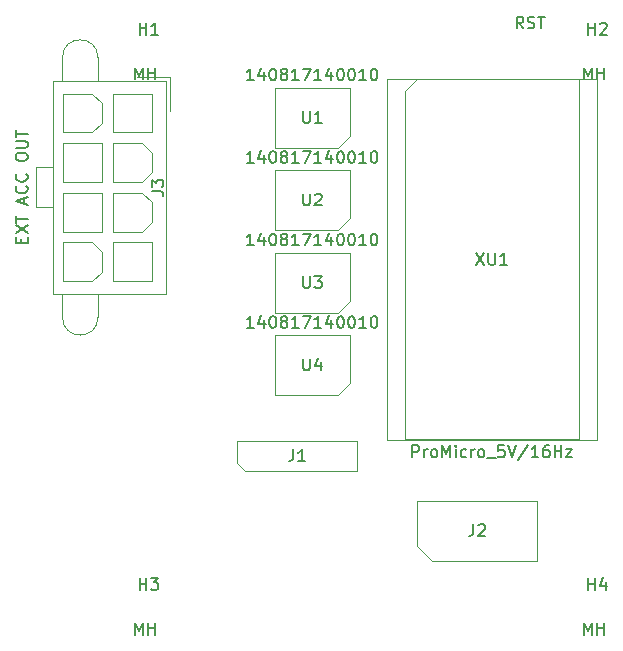
<source format=gbr>
G04 #@! TF.GenerationSoftware,KiCad,Pcbnew,(5.1.9)-1*
G04 #@! TF.CreationDate,2022-08-19T09:55:29-06:00*
G04 #@! TF.ProjectId,ABSIS_PMS,41425349-535f-4504-9d53-2e6b69636164,1*
G04 #@! TF.SameCoordinates,Original*
G04 #@! TF.FileFunction,Other,Fab,Top*
%FSLAX46Y46*%
G04 Gerber Fmt 4.6, Leading zero omitted, Abs format (unit mm)*
G04 Created by KiCad (PCBNEW (5.1.9)-1) date 2022-08-19 09:55:29*
%MOMM*%
%LPD*%
G01*
G04 APERTURE LIST*
%ADD10C,0.100000*%
%ADD11C,0.150000*%
G04 APERTURE END LIST*
D10*
X119965000Y-69850000D02*
X117115000Y-69850000D01*
X119965000Y-72700000D02*
X119965000Y-69850000D01*
X110865000Y-87150000D02*
X110865000Y-83850000D01*
X113340000Y-87150000D02*
X110865000Y-87150000D01*
X114165000Y-86325000D02*
X113340000Y-87150000D01*
X114165000Y-84675000D02*
X114165000Y-86325000D01*
X113340000Y-83850000D02*
X114165000Y-84675000D01*
X110865000Y-83850000D02*
X113340000Y-83850000D01*
X118365000Y-87150000D02*
X118365000Y-83850000D01*
X115065000Y-87150000D02*
X118365000Y-87150000D01*
X115065000Y-83850000D02*
X115065000Y-87150000D01*
X118365000Y-83850000D02*
X115065000Y-83850000D01*
X115065000Y-82950000D02*
X115065000Y-79650000D01*
X117540000Y-82950000D02*
X115065000Y-82950000D01*
X118365000Y-82125000D02*
X117540000Y-82950000D01*
X118365000Y-80475000D02*
X118365000Y-82125000D01*
X117540000Y-79650000D02*
X118365000Y-80475000D01*
X115065000Y-79650000D02*
X117540000Y-79650000D01*
X114165000Y-82950000D02*
X114165000Y-79650000D01*
X110865000Y-82950000D02*
X114165000Y-82950000D01*
X110865000Y-79650000D02*
X110865000Y-82950000D01*
X114165000Y-79650000D02*
X110865000Y-79650000D01*
X115065000Y-78750000D02*
X115065000Y-75450000D01*
X117540000Y-78750000D02*
X115065000Y-78750000D01*
X118365000Y-77925000D02*
X117540000Y-78750000D01*
X118365000Y-76275000D02*
X118365000Y-77925000D01*
X117540000Y-75450000D02*
X118365000Y-76275000D01*
X115065000Y-75450000D02*
X117540000Y-75450000D01*
X114165000Y-78750000D02*
X114165000Y-75450000D01*
X110865000Y-78750000D02*
X114165000Y-78750000D01*
X110865000Y-75450000D02*
X110865000Y-78750000D01*
X114165000Y-75450000D02*
X110865000Y-75450000D01*
X110865000Y-74550000D02*
X110865000Y-71250000D01*
X113340000Y-74550000D02*
X110865000Y-74550000D01*
X114165000Y-73725000D02*
X113340000Y-74550000D01*
X114165000Y-72075000D02*
X114165000Y-73725000D01*
X113340000Y-71250000D02*
X114165000Y-72075000D01*
X110865000Y-71250000D02*
X113340000Y-71250000D01*
X118365000Y-74550000D02*
X118365000Y-71250000D01*
X115065000Y-74550000D02*
X118365000Y-74550000D01*
X115065000Y-71250000D02*
X115065000Y-74550000D01*
X118365000Y-71250000D02*
X115065000Y-71250000D01*
X108615000Y-80900000D02*
X110015000Y-80900000D01*
X108615000Y-77500000D02*
X108615000Y-80900000D01*
X110015000Y-77500000D02*
X108615000Y-77500000D01*
X119615000Y-88200000D02*
X119615000Y-70200000D01*
X110015000Y-88200000D02*
X119615000Y-88200000D01*
X110015000Y-70200000D02*
X110015000Y-88200000D01*
X119615000Y-70200000D02*
X110015000Y-70200000D01*
X110825000Y-90200000D02*
X110825000Y-88200000D01*
X113825000Y-90200000D02*
X113825000Y-88200000D01*
X110825000Y-68200000D02*
X110825000Y-70200000D01*
X113825000Y-68200000D02*
X113825000Y-70200000D01*
X110825000Y-90200000D02*
G75*
G03*
X113825000Y-90200000I1500000J0D01*
G01*
X113825000Y-68200000D02*
G75*
G03*
X110825000Y-68200000I-1500000J0D01*
G01*
X134145000Y-89791000D02*
X128795000Y-89791000D01*
X128795000Y-89791000D02*
X128795000Y-84711000D01*
X128795000Y-84711000D02*
X135145000Y-84711000D01*
X135145000Y-84711000D02*
X135145000Y-88791000D01*
X135145000Y-88791000D02*
X134145000Y-89791000D01*
X140860000Y-109530000D02*
X140860000Y-105720000D01*
X140860000Y-105720000D02*
X151020000Y-105720000D01*
X151020000Y-105720000D02*
X151020000Y-110800000D01*
X151020000Y-110800000D02*
X142130000Y-110800000D01*
X142130000Y-110800000D02*
X140860000Y-109530000D01*
X134145000Y-96776000D02*
X128795000Y-96776000D01*
X128795000Y-96776000D02*
X128795000Y-91696000D01*
X128795000Y-91696000D02*
X135145000Y-91696000D01*
X135145000Y-91696000D02*
X135145000Y-95776000D01*
X135145000Y-95776000D02*
X134145000Y-96776000D01*
X134145000Y-82806000D02*
X128795000Y-82806000D01*
X128795000Y-82806000D02*
X128795000Y-77726000D01*
X128795000Y-77726000D02*
X135145000Y-77726000D01*
X135145000Y-77726000D02*
X135145000Y-81806000D01*
X135145000Y-81806000D02*
X134145000Y-82806000D01*
X134145000Y-75821000D02*
X128795000Y-75821000D01*
X128795000Y-75821000D02*
X128795000Y-70741000D01*
X128795000Y-70741000D02*
X135145000Y-70741000D01*
X135145000Y-70741000D02*
X135145000Y-74821000D01*
X135145000Y-74821000D02*
X134145000Y-75821000D01*
X125620000Y-102545000D02*
X125620000Y-100640000D01*
X125620000Y-100640000D02*
X135780000Y-100640000D01*
X135780000Y-100640000D02*
X135780000Y-103180000D01*
X135780000Y-103180000D02*
X126255000Y-103180000D01*
X126255000Y-103180000D02*
X125620000Y-102545000D01*
X156057600Y-69993200D02*
X138277600Y-69993200D01*
X156057600Y-100593200D02*
X156057600Y-69993200D01*
X138277600Y-100593200D02*
X156057600Y-100593200D01*
X138277600Y-69993200D02*
X138277600Y-100593200D01*
X139802600Y-71053200D02*
X140802600Y-70053200D01*
X139802600Y-100533200D02*
X139802600Y-71053200D01*
X154532600Y-100533200D02*
X139802600Y-100533200D01*
X154532600Y-70053200D02*
X154532600Y-100533200D01*
X140802600Y-70053200D02*
X154532600Y-70053200D01*
D11*
X107343571Y-83890476D02*
X107343571Y-83557142D01*
X107867380Y-83414285D02*
X107867380Y-83890476D01*
X106867380Y-83890476D01*
X106867380Y-83414285D01*
X106867380Y-83080952D02*
X107867380Y-82414285D01*
X106867380Y-82414285D02*
X107867380Y-83080952D01*
X106867380Y-82176190D02*
X106867380Y-81604761D01*
X107867380Y-81890476D02*
X106867380Y-81890476D01*
X107581666Y-80557142D02*
X107581666Y-80080952D01*
X107867380Y-80652380D02*
X106867380Y-80319047D01*
X107867380Y-79985714D01*
X107772142Y-79080952D02*
X107819761Y-79128571D01*
X107867380Y-79271428D01*
X107867380Y-79366666D01*
X107819761Y-79509523D01*
X107724523Y-79604761D01*
X107629285Y-79652380D01*
X107438809Y-79700000D01*
X107295952Y-79700000D01*
X107105476Y-79652380D01*
X107010238Y-79604761D01*
X106915000Y-79509523D01*
X106867380Y-79366666D01*
X106867380Y-79271428D01*
X106915000Y-79128571D01*
X106962619Y-79080952D01*
X107772142Y-78080952D02*
X107819761Y-78128571D01*
X107867380Y-78271428D01*
X107867380Y-78366666D01*
X107819761Y-78509523D01*
X107724523Y-78604761D01*
X107629285Y-78652380D01*
X107438809Y-78700000D01*
X107295952Y-78700000D01*
X107105476Y-78652380D01*
X107010238Y-78604761D01*
X106915000Y-78509523D01*
X106867380Y-78366666D01*
X106867380Y-78271428D01*
X106915000Y-78128571D01*
X106962619Y-78080952D01*
X106867380Y-76700000D02*
X106867380Y-76509523D01*
X106915000Y-76414285D01*
X107010238Y-76319047D01*
X107200714Y-76271428D01*
X107534047Y-76271428D01*
X107724523Y-76319047D01*
X107819761Y-76414285D01*
X107867380Y-76509523D01*
X107867380Y-76700000D01*
X107819761Y-76795238D01*
X107724523Y-76890476D01*
X107534047Y-76938095D01*
X107200714Y-76938095D01*
X107010238Y-76890476D01*
X106915000Y-76795238D01*
X106867380Y-76700000D01*
X106867380Y-75842857D02*
X107676904Y-75842857D01*
X107772142Y-75795238D01*
X107819761Y-75747619D01*
X107867380Y-75652380D01*
X107867380Y-75461904D01*
X107819761Y-75366666D01*
X107772142Y-75319047D01*
X107676904Y-75271428D01*
X106867380Y-75271428D01*
X106867380Y-74938095D02*
X106867380Y-74366666D01*
X107867380Y-74652380D02*
X106867380Y-74652380D01*
X118367380Y-79533333D02*
X119081666Y-79533333D01*
X119224523Y-79580952D01*
X119319761Y-79676190D01*
X119367380Y-79819047D01*
X119367380Y-79914285D01*
X118367380Y-79152380D02*
X118367380Y-78533333D01*
X118748333Y-78866666D01*
X118748333Y-78723809D01*
X118795952Y-78628571D01*
X118843571Y-78580952D01*
X118938809Y-78533333D01*
X119176904Y-78533333D01*
X119272142Y-78580952D01*
X119319761Y-78628571D01*
X119367380Y-78723809D01*
X119367380Y-79009523D01*
X119319761Y-79104761D01*
X119272142Y-79152380D01*
X127017619Y-84103380D02*
X126446190Y-84103380D01*
X126731904Y-84103380D02*
X126731904Y-83103380D01*
X126636666Y-83246238D01*
X126541428Y-83341476D01*
X126446190Y-83389095D01*
X127874761Y-83436714D02*
X127874761Y-84103380D01*
X127636666Y-83055761D02*
X127398571Y-83770047D01*
X128017619Y-83770047D01*
X128589047Y-83103380D02*
X128684285Y-83103380D01*
X128779523Y-83151000D01*
X128827142Y-83198619D01*
X128874761Y-83293857D01*
X128922380Y-83484333D01*
X128922380Y-83722428D01*
X128874761Y-83912904D01*
X128827142Y-84008142D01*
X128779523Y-84055761D01*
X128684285Y-84103380D01*
X128589047Y-84103380D01*
X128493809Y-84055761D01*
X128446190Y-84008142D01*
X128398571Y-83912904D01*
X128350952Y-83722428D01*
X128350952Y-83484333D01*
X128398571Y-83293857D01*
X128446190Y-83198619D01*
X128493809Y-83151000D01*
X128589047Y-83103380D01*
X129493809Y-83531952D02*
X129398571Y-83484333D01*
X129350952Y-83436714D01*
X129303333Y-83341476D01*
X129303333Y-83293857D01*
X129350952Y-83198619D01*
X129398571Y-83151000D01*
X129493809Y-83103380D01*
X129684285Y-83103380D01*
X129779523Y-83151000D01*
X129827142Y-83198619D01*
X129874761Y-83293857D01*
X129874761Y-83341476D01*
X129827142Y-83436714D01*
X129779523Y-83484333D01*
X129684285Y-83531952D01*
X129493809Y-83531952D01*
X129398571Y-83579571D01*
X129350952Y-83627190D01*
X129303333Y-83722428D01*
X129303333Y-83912904D01*
X129350952Y-84008142D01*
X129398571Y-84055761D01*
X129493809Y-84103380D01*
X129684285Y-84103380D01*
X129779523Y-84055761D01*
X129827142Y-84008142D01*
X129874761Y-83912904D01*
X129874761Y-83722428D01*
X129827142Y-83627190D01*
X129779523Y-83579571D01*
X129684285Y-83531952D01*
X130827142Y-84103380D02*
X130255714Y-84103380D01*
X130541428Y-84103380D02*
X130541428Y-83103380D01*
X130446190Y-83246238D01*
X130350952Y-83341476D01*
X130255714Y-83389095D01*
X131160476Y-83103380D02*
X131827142Y-83103380D01*
X131398571Y-84103380D01*
X132731904Y-84103380D02*
X132160476Y-84103380D01*
X132446190Y-84103380D02*
X132446190Y-83103380D01*
X132350952Y-83246238D01*
X132255714Y-83341476D01*
X132160476Y-83389095D01*
X133589047Y-83436714D02*
X133589047Y-84103380D01*
X133350952Y-83055761D02*
X133112857Y-83770047D01*
X133731904Y-83770047D01*
X134303333Y-83103380D02*
X134398571Y-83103380D01*
X134493809Y-83151000D01*
X134541428Y-83198619D01*
X134589047Y-83293857D01*
X134636666Y-83484333D01*
X134636666Y-83722428D01*
X134589047Y-83912904D01*
X134541428Y-84008142D01*
X134493809Y-84055761D01*
X134398571Y-84103380D01*
X134303333Y-84103380D01*
X134208095Y-84055761D01*
X134160476Y-84008142D01*
X134112857Y-83912904D01*
X134065238Y-83722428D01*
X134065238Y-83484333D01*
X134112857Y-83293857D01*
X134160476Y-83198619D01*
X134208095Y-83151000D01*
X134303333Y-83103380D01*
X135255714Y-83103380D02*
X135350952Y-83103380D01*
X135446190Y-83151000D01*
X135493809Y-83198619D01*
X135541428Y-83293857D01*
X135589047Y-83484333D01*
X135589047Y-83722428D01*
X135541428Y-83912904D01*
X135493809Y-84008142D01*
X135446190Y-84055761D01*
X135350952Y-84103380D01*
X135255714Y-84103380D01*
X135160476Y-84055761D01*
X135112857Y-84008142D01*
X135065238Y-83912904D01*
X135017619Y-83722428D01*
X135017619Y-83484333D01*
X135065238Y-83293857D01*
X135112857Y-83198619D01*
X135160476Y-83151000D01*
X135255714Y-83103380D01*
X136541428Y-84103380D02*
X135970000Y-84103380D01*
X136255714Y-84103380D02*
X136255714Y-83103380D01*
X136160476Y-83246238D01*
X136065238Y-83341476D01*
X135970000Y-83389095D01*
X137160476Y-83103380D02*
X137255714Y-83103380D01*
X137350952Y-83151000D01*
X137398571Y-83198619D01*
X137446190Y-83293857D01*
X137493809Y-83484333D01*
X137493809Y-83722428D01*
X137446190Y-83912904D01*
X137398571Y-84008142D01*
X137350952Y-84055761D01*
X137255714Y-84103380D01*
X137160476Y-84103380D01*
X137065238Y-84055761D01*
X137017619Y-84008142D01*
X136970000Y-83912904D01*
X136922380Y-83722428D01*
X136922380Y-83484333D01*
X136970000Y-83293857D01*
X137017619Y-83198619D01*
X137065238Y-83151000D01*
X137160476Y-83103380D01*
X131208095Y-86703380D02*
X131208095Y-87512904D01*
X131255714Y-87608142D01*
X131303333Y-87655761D01*
X131398571Y-87703380D01*
X131589047Y-87703380D01*
X131684285Y-87655761D01*
X131731904Y-87608142D01*
X131779523Y-87512904D01*
X131779523Y-86703380D01*
X132160476Y-86703380D02*
X132779523Y-86703380D01*
X132446190Y-87084333D01*
X132589047Y-87084333D01*
X132684285Y-87131952D01*
X132731904Y-87179571D01*
X132779523Y-87274809D01*
X132779523Y-87512904D01*
X132731904Y-87608142D01*
X132684285Y-87655761D01*
X132589047Y-87703380D01*
X132303333Y-87703380D01*
X132208095Y-87655761D01*
X132160476Y-87608142D01*
X145606666Y-107712380D02*
X145606666Y-108426666D01*
X145559047Y-108569523D01*
X145463809Y-108664761D01*
X145320952Y-108712380D01*
X145225714Y-108712380D01*
X146035238Y-107807619D02*
X146082857Y-107760000D01*
X146178095Y-107712380D01*
X146416190Y-107712380D01*
X146511428Y-107760000D01*
X146559047Y-107807619D01*
X146606666Y-107902857D01*
X146606666Y-107998095D01*
X146559047Y-108140952D01*
X145987619Y-108712380D01*
X146606666Y-108712380D01*
X127017619Y-91088380D02*
X126446190Y-91088380D01*
X126731904Y-91088380D02*
X126731904Y-90088380D01*
X126636666Y-90231238D01*
X126541428Y-90326476D01*
X126446190Y-90374095D01*
X127874761Y-90421714D02*
X127874761Y-91088380D01*
X127636666Y-90040761D02*
X127398571Y-90755047D01*
X128017619Y-90755047D01*
X128589047Y-90088380D02*
X128684285Y-90088380D01*
X128779523Y-90136000D01*
X128827142Y-90183619D01*
X128874761Y-90278857D01*
X128922380Y-90469333D01*
X128922380Y-90707428D01*
X128874761Y-90897904D01*
X128827142Y-90993142D01*
X128779523Y-91040761D01*
X128684285Y-91088380D01*
X128589047Y-91088380D01*
X128493809Y-91040761D01*
X128446190Y-90993142D01*
X128398571Y-90897904D01*
X128350952Y-90707428D01*
X128350952Y-90469333D01*
X128398571Y-90278857D01*
X128446190Y-90183619D01*
X128493809Y-90136000D01*
X128589047Y-90088380D01*
X129493809Y-90516952D02*
X129398571Y-90469333D01*
X129350952Y-90421714D01*
X129303333Y-90326476D01*
X129303333Y-90278857D01*
X129350952Y-90183619D01*
X129398571Y-90136000D01*
X129493809Y-90088380D01*
X129684285Y-90088380D01*
X129779523Y-90136000D01*
X129827142Y-90183619D01*
X129874761Y-90278857D01*
X129874761Y-90326476D01*
X129827142Y-90421714D01*
X129779523Y-90469333D01*
X129684285Y-90516952D01*
X129493809Y-90516952D01*
X129398571Y-90564571D01*
X129350952Y-90612190D01*
X129303333Y-90707428D01*
X129303333Y-90897904D01*
X129350952Y-90993142D01*
X129398571Y-91040761D01*
X129493809Y-91088380D01*
X129684285Y-91088380D01*
X129779523Y-91040761D01*
X129827142Y-90993142D01*
X129874761Y-90897904D01*
X129874761Y-90707428D01*
X129827142Y-90612190D01*
X129779523Y-90564571D01*
X129684285Y-90516952D01*
X130827142Y-91088380D02*
X130255714Y-91088380D01*
X130541428Y-91088380D02*
X130541428Y-90088380D01*
X130446190Y-90231238D01*
X130350952Y-90326476D01*
X130255714Y-90374095D01*
X131160476Y-90088380D02*
X131827142Y-90088380D01*
X131398571Y-91088380D01*
X132731904Y-91088380D02*
X132160476Y-91088380D01*
X132446190Y-91088380D02*
X132446190Y-90088380D01*
X132350952Y-90231238D01*
X132255714Y-90326476D01*
X132160476Y-90374095D01*
X133589047Y-90421714D02*
X133589047Y-91088380D01*
X133350952Y-90040761D02*
X133112857Y-90755047D01*
X133731904Y-90755047D01*
X134303333Y-90088380D02*
X134398571Y-90088380D01*
X134493809Y-90136000D01*
X134541428Y-90183619D01*
X134589047Y-90278857D01*
X134636666Y-90469333D01*
X134636666Y-90707428D01*
X134589047Y-90897904D01*
X134541428Y-90993142D01*
X134493809Y-91040761D01*
X134398571Y-91088380D01*
X134303333Y-91088380D01*
X134208095Y-91040761D01*
X134160476Y-90993142D01*
X134112857Y-90897904D01*
X134065238Y-90707428D01*
X134065238Y-90469333D01*
X134112857Y-90278857D01*
X134160476Y-90183619D01*
X134208095Y-90136000D01*
X134303333Y-90088380D01*
X135255714Y-90088380D02*
X135350952Y-90088380D01*
X135446190Y-90136000D01*
X135493809Y-90183619D01*
X135541428Y-90278857D01*
X135589047Y-90469333D01*
X135589047Y-90707428D01*
X135541428Y-90897904D01*
X135493809Y-90993142D01*
X135446190Y-91040761D01*
X135350952Y-91088380D01*
X135255714Y-91088380D01*
X135160476Y-91040761D01*
X135112857Y-90993142D01*
X135065238Y-90897904D01*
X135017619Y-90707428D01*
X135017619Y-90469333D01*
X135065238Y-90278857D01*
X135112857Y-90183619D01*
X135160476Y-90136000D01*
X135255714Y-90088380D01*
X136541428Y-91088380D02*
X135970000Y-91088380D01*
X136255714Y-91088380D02*
X136255714Y-90088380D01*
X136160476Y-90231238D01*
X136065238Y-90326476D01*
X135970000Y-90374095D01*
X137160476Y-90088380D02*
X137255714Y-90088380D01*
X137350952Y-90136000D01*
X137398571Y-90183619D01*
X137446190Y-90278857D01*
X137493809Y-90469333D01*
X137493809Y-90707428D01*
X137446190Y-90897904D01*
X137398571Y-90993142D01*
X137350952Y-91040761D01*
X137255714Y-91088380D01*
X137160476Y-91088380D01*
X137065238Y-91040761D01*
X137017619Y-90993142D01*
X136970000Y-90897904D01*
X136922380Y-90707428D01*
X136922380Y-90469333D01*
X136970000Y-90278857D01*
X137017619Y-90183619D01*
X137065238Y-90136000D01*
X137160476Y-90088380D01*
X131208095Y-93688380D02*
X131208095Y-94497904D01*
X131255714Y-94593142D01*
X131303333Y-94640761D01*
X131398571Y-94688380D01*
X131589047Y-94688380D01*
X131684285Y-94640761D01*
X131731904Y-94593142D01*
X131779523Y-94497904D01*
X131779523Y-93688380D01*
X132684285Y-94021714D02*
X132684285Y-94688380D01*
X132446190Y-93640761D02*
X132208095Y-94355047D01*
X132827142Y-94355047D01*
X127017619Y-77118380D02*
X126446190Y-77118380D01*
X126731904Y-77118380D02*
X126731904Y-76118380D01*
X126636666Y-76261238D01*
X126541428Y-76356476D01*
X126446190Y-76404095D01*
X127874761Y-76451714D02*
X127874761Y-77118380D01*
X127636666Y-76070761D02*
X127398571Y-76785047D01*
X128017619Y-76785047D01*
X128589047Y-76118380D02*
X128684285Y-76118380D01*
X128779523Y-76166000D01*
X128827142Y-76213619D01*
X128874761Y-76308857D01*
X128922380Y-76499333D01*
X128922380Y-76737428D01*
X128874761Y-76927904D01*
X128827142Y-77023142D01*
X128779523Y-77070761D01*
X128684285Y-77118380D01*
X128589047Y-77118380D01*
X128493809Y-77070761D01*
X128446190Y-77023142D01*
X128398571Y-76927904D01*
X128350952Y-76737428D01*
X128350952Y-76499333D01*
X128398571Y-76308857D01*
X128446190Y-76213619D01*
X128493809Y-76166000D01*
X128589047Y-76118380D01*
X129493809Y-76546952D02*
X129398571Y-76499333D01*
X129350952Y-76451714D01*
X129303333Y-76356476D01*
X129303333Y-76308857D01*
X129350952Y-76213619D01*
X129398571Y-76166000D01*
X129493809Y-76118380D01*
X129684285Y-76118380D01*
X129779523Y-76166000D01*
X129827142Y-76213619D01*
X129874761Y-76308857D01*
X129874761Y-76356476D01*
X129827142Y-76451714D01*
X129779523Y-76499333D01*
X129684285Y-76546952D01*
X129493809Y-76546952D01*
X129398571Y-76594571D01*
X129350952Y-76642190D01*
X129303333Y-76737428D01*
X129303333Y-76927904D01*
X129350952Y-77023142D01*
X129398571Y-77070761D01*
X129493809Y-77118380D01*
X129684285Y-77118380D01*
X129779523Y-77070761D01*
X129827142Y-77023142D01*
X129874761Y-76927904D01*
X129874761Y-76737428D01*
X129827142Y-76642190D01*
X129779523Y-76594571D01*
X129684285Y-76546952D01*
X130827142Y-77118380D02*
X130255714Y-77118380D01*
X130541428Y-77118380D02*
X130541428Y-76118380D01*
X130446190Y-76261238D01*
X130350952Y-76356476D01*
X130255714Y-76404095D01*
X131160476Y-76118380D02*
X131827142Y-76118380D01*
X131398571Y-77118380D01*
X132731904Y-77118380D02*
X132160476Y-77118380D01*
X132446190Y-77118380D02*
X132446190Y-76118380D01*
X132350952Y-76261238D01*
X132255714Y-76356476D01*
X132160476Y-76404095D01*
X133589047Y-76451714D02*
X133589047Y-77118380D01*
X133350952Y-76070761D02*
X133112857Y-76785047D01*
X133731904Y-76785047D01*
X134303333Y-76118380D02*
X134398571Y-76118380D01*
X134493809Y-76166000D01*
X134541428Y-76213619D01*
X134589047Y-76308857D01*
X134636666Y-76499333D01*
X134636666Y-76737428D01*
X134589047Y-76927904D01*
X134541428Y-77023142D01*
X134493809Y-77070761D01*
X134398571Y-77118380D01*
X134303333Y-77118380D01*
X134208095Y-77070761D01*
X134160476Y-77023142D01*
X134112857Y-76927904D01*
X134065238Y-76737428D01*
X134065238Y-76499333D01*
X134112857Y-76308857D01*
X134160476Y-76213619D01*
X134208095Y-76166000D01*
X134303333Y-76118380D01*
X135255714Y-76118380D02*
X135350952Y-76118380D01*
X135446190Y-76166000D01*
X135493809Y-76213619D01*
X135541428Y-76308857D01*
X135589047Y-76499333D01*
X135589047Y-76737428D01*
X135541428Y-76927904D01*
X135493809Y-77023142D01*
X135446190Y-77070761D01*
X135350952Y-77118380D01*
X135255714Y-77118380D01*
X135160476Y-77070761D01*
X135112857Y-77023142D01*
X135065238Y-76927904D01*
X135017619Y-76737428D01*
X135017619Y-76499333D01*
X135065238Y-76308857D01*
X135112857Y-76213619D01*
X135160476Y-76166000D01*
X135255714Y-76118380D01*
X136541428Y-77118380D02*
X135970000Y-77118380D01*
X136255714Y-77118380D02*
X136255714Y-76118380D01*
X136160476Y-76261238D01*
X136065238Y-76356476D01*
X135970000Y-76404095D01*
X137160476Y-76118380D02*
X137255714Y-76118380D01*
X137350952Y-76166000D01*
X137398571Y-76213619D01*
X137446190Y-76308857D01*
X137493809Y-76499333D01*
X137493809Y-76737428D01*
X137446190Y-76927904D01*
X137398571Y-77023142D01*
X137350952Y-77070761D01*
X137255714Y-77118380D01*
X137160476Y-77118380D01*
X137065238Y-77070761D01*
X137017619Y-77023142D01*
X136970000Y-76927904D01*
X136922380Y-76737428D01*
X136922380Y-76499333D01*
X136970000Y-76308857D01*
X137017619Y-76213619D01*
X137065238Y-76166000D01*
X137160476Y-76118380D01*
X131208095Y-79718380D02*
X131208095Y-80527904D01*
X131255714Y-80623142D01*
X131303333Y-80670761D01*
X131398571Y-80718380D01*
X131589047Y-80718380D01*
X131684285Y-80670761D01*
X131731904Y-80623142D01*
X131779523Y-80527904D01*
X131779523Y-79718380D01*
X132208095Y-79813619D02*
X132255714Y-79766000D01*
X132350952Y-79718380D01*
X132589047Y-79718380D01*
X132684285Y-79766000D01*
X132731904Y-79813619D01*
X132779523Y-79908857D01*
X132779523Y-80004095D01*
X132731904Y-80146952D01*
X132160476Y-80718380D01*
X132779523Y-80718380D01*
X127017619Y-70133380D02*
X126446190Y-70133380D01*
X126731904Y-70133380D02*
X126731904Y-69133380D01*
X126636666Y-69276238D01*
X126541428Y-69371476D01*
X126446190Y-69419095D01*
X127874761Y-69466714D02*
X127874761Y-70133380D01*
X127636666Y-69085761D02*
X127398571Y-69800047D01*
X128017619Y-69800047D01*
X128589047Y-69133380D02*
X128684285Y-69133380D01*
X128779523Y-69181000D01*
X128827142Y-69228619D01*
X128874761Y-69323857D01*
X128922380Y-69514333D01*
X128922380Y-69752428D01*
X128874761Y-69942904D01*
X128827142Y-70038142D01*
X128779523Y-70085761D01*
X128684285Y-70133380D01*
X128589047Y-70133380D01*
X128493809Y-70085761D01*
X128446190Y-70038142D01*
X128398571Y-69942904D01*
X128350952Y-69752428D01*
X128350952Y-69514333D01*
X128398571Y-69323857D01*
X128446190Y-69228619D01*
X128493809Y-69181000D01*
X128589047Y-69133380D01*
X129493809Y-69561952D02*
X129398571Y-69514333D01*
X129350952Y-69466714D01*
X129303333Y-69371476D01*
X129303333Y-69323857D01*
X129350952Y-69228619D01*
X129398571Y-69181000D01*
X129493809Y-69133380D01*
X129684285Y-69133380D01*
X129779523Y-69181000D01*
X129827142Y-69228619D01*
X129874761Y-69323857D01*
X129874761Y-69371476D01*
X129827142Y-69466714D01*
X129779523Y-69514333D01*
X129684285Y-69561952D01*
X129493809Y-69561952D01*
X129398571Y-69609571D01*
X129350952Y-69657190D01*
X129303333Y-69752428D01*
X129303333Y-69942904D01*
X129350952Y-70038142D01*
X129398571Y-70085761D01*
X129493809Y-70133380D01*
X129684285Y-70133380D01*
X129779523Y-70085761D01*
X129827142Y-70038142D01*
X129874761Y-69942904D01*
X129874761Y-69752428D01*
X129827142Y-69657190D01*
X129779523Y-69609571D01*
X129684285Y-69561952D01*
X130827142Y-70133380D02*
X130255714Y-70133380D01*
X130541428Y-70133380D02*
X130541428Y-69133380D01*
X130446190Y-69276238D01*
X130350952Y-69371476D01*
X130255714Y-69419095D01*
X131160476Y-69133380D02*
X131827142Y-69133380D01*
X131398571Y-70133380D01*
X132731904Y-70133380D02*
X132160476Y-70133380D01*
X132446190Y-70133380D02*
X132446190Y-69133380D01*
X132350952Y-69276238D01*
X132255714Y-69371476D01*
X132160476Y-69419095D01*
X133589047Y-69466714D02*
X133589047Y-70133380D01*
X133350952Y-69085761D02*
X133112857Y-69800047D01*
X133731904Y-69800047D01*
X134303333Y-69133380D02*
X134398571Y-69133380D01*
X134493809Y-69181000D01*
X134541428Y-69228619D01*
X134589047Y-69323857D01*
X134636666Y-69514333D01*
X134636666Y-69752428D01*
X134589047Y-69942904D01*
X134541428Y-70038142D01*
X134493809Y-70085761D01*
X134398571Y-70133380D01*
X134303333Y-70133380D01*
X134208095Y-70085761D01*
X134160476Y-70038142D01*
X134112857Y-69942904D01*
X134065238Y-69752428D01*
X134065238Y-69514333D01*
X134112857Y-69323857D01*
X134160476Y-69228619D01*
X134208095Y-69181000D01*
X134303333Y-69133380D01*
X135255714Y-69133380D02*
X135350952Y-69133380D01*
X135446190Y-69181000D01*
X135493809Y-69228619D01*
X135541428Y-69323857D01*
X135589047Y-69514333D01*
X135589047Y-69752428D01*
X135541428Y-69942904D01*
X135493809Y-70038142D01*
X135446190Y-70085761D01*
X135350952Y-70133380D01*
X135255714Y-70133380D01*
X135160476Y-70085761D01*
X135112857Y-70038142D01*
X135065238Y-69942904D01*
X135017619Y-69752428D01*
X135017619Y-69514333D01*
X135065238Y-69323857D01*
X135112857Y-69228619D01*
X135160476Y-69181000D01*
X135255714Y-69133380D01*
X136541428Y-70133380D02*
X135970000Y-70133380D01*
X136255714Y-70133380D02*
X136255714Y-69133380D01*
X136160476Y-69276238D01*
X136065238Y-69371476D01*
X135970000Y-69419095D01*
X137160476Y-69133380D02*
X137255714Y-69133380D01*
X137350952Y-69181000D01*
X137398571Y-69228619D01*
X137446190Y-69323857D01*
X137493809Y-69514333D01*
X137493809Y-69752428D01*
X137446190Y-69942904D01*
X137398571Y-70038142D01*
X137350952Y-70085761D01*
X137255714Y-70133380D01*
X137160476Y-70133380D01*
X137065238Y-70085761D01*
X137017619Y-70038142D01*
X136970000Y-69942904D01*
X136922380Y-69752428D01*
X136922380Y-69514333D01*
X136970000Y-69323857D01*
X137017619Y-69228619D01*
X137065238Y-69181000D01*
X137160476Y-69133380D01*
X131208095Y-72733380D02*
X131208095Y-73542904D01*
X131255714Y-73638142D01*
X131303333Y-73685761D01*
X131398571Y-73733380D01*
X131589047Y-73733380D01*
X131684285Y-73685761D01*
X131731904Y-73638142D01*
X131779523Y-73542904D01*
X131779523Y-72733380D01*
X132779523Y-73733380D02*
X132208095Y-73733380D01*
X132493809Y-73733380D02*
X132493809Y-72733380D01*
X132398571Y-72876238D01*
X132303333Y-72971476D01*
X132208095Y-73019095D01*
X149837380Y-65737380D02*
X149504047Y-65261190D01*
X149265952Y-65737380D02*
X149265952Y-64737380D01*
X149646904Y-64737380D01*
X149742142Y-64785000D01*
X149789761Y-64832619D01*
X149837380Y-64927857D01*
X149837380Y-65070714D01*
X149789761Y-65165952D01*
X149742142Y-65213571D01*
X149646904Y-65261190D01*
X149265952Y-65261190D01*
X150218333Y-65689761D02*
X150361190Y-65737380D01*
X150599285Y-65737380D01*
X150694523Y-65689761D01*
X150742142Y-65642142D01*
X150789761Y-65546904D01*
X150789761Y-65451666D01*
X150742142Y-65356428D01*
X150694523Y-65308809D01*
X150599285Y-65261190D01*
X150408809Y-65213571D01*
X150313571Y-65165952D01*
X150265952Y-65118333D01*
X150218333Y-65023095D01*
X150218333Y-64927857D01*
X150265952Y-64832619D01*
X150313571Y-64785000D01*
X150408809Y-64737380D01*
X150646904Y-64737380D01*
X150789761Y-64785000D01*
X151075476Y-64737380D02*
X151646904Y-64737380D01*
X151361190Y-65737380D02*
X151361190Y-64737380D01*
X130366666Y-101362380D02*
X130366666Y-102076666D01*
X130319047Y-102219523D01*
X130223809Y-102314761D01*
X130080952Y-102362380D01*
X129985714Y-102362380D01*
X131366666Y-102362380D02*
X130795238Y-102362380D01*
X131080952Y-102362380D02*
X131080952Y-101362380D01*
X130985714Y-101505238D01*
X130890476Y-101600476D01*
X130795238Y-101648095D01*
X140453314Y-102045580D02*
X140453314Y-101045580D01*
X140834266Y-101045580D01*
X140929504Y-101093200D01*
X140977123Y-101140819D01*
X141024742Y-101236057D01*
X141024742Y-101378914D01*
X140977123Y-101474152D01*
X140929504Y-101521771D01*
X140834266Y-101569390D01*
X140453314Y-101569390D01*
X141453314Y-102045580D02*
X141453314Y-101378914D01*
X141453314Y-101569390D02*
X141500933Y-101474152D01*
X141548552Y-101426533D01*
X141643790Y-101378914D01*
X141739028Y-101378914D01*
X142215219Y-102045580D02*
X142119980Y-101997961D01*
X142072361Y-101950342D01*
X142024742Y-101855104D01*
X142024742Y-101569390D01*
X142072361Y-101474152D01*
X142119980Y-101426533D01*
X142215219Y-101378914D01*
X142358076Y-101378914D01*
X142453314Y-101426533D01*
X142500933Y-101474152D01*
X142548552Y-101569390D01*
X142548552Y-101855104D01*
X142500933Y-101950342D01*
X142453314Y-101997961D01*
X142358076Y-102045580D01*
X142215219Y-102045580D01*
X142977123Y-102045580D02*
X142977123Y-101045580D01*
X143310457Y-101759866D01*
X143643790Y-101045580D01*
X143643790Y-102045580D01*
X144119980Y-102045580D02*
X144119980Y-101378914D01*
X144119980Y-101045580D02*
X144072361Y-101093200D01*
X144119980Y-101140819D01*
X144167600Y-101093200D01*
X144119980Y-101045580D01*
X144119980Y-101140819D01*
X145024742Y-101997961D02*
X144929504Y-102045580D01*
X144739028Y-102045580D01*
X144643790Y-101997961D01*
X144596171Y-101950342D01*
X144548552Y-101855104D01*
X144548552Y-101569390D01*
X144596171Y-101474152D01*
X144643790Y-101426533D01*
X144739028Y-101378914D01*
X144929504Y-101378914D01*
X145024742Y-101426533D01*
X145453314Y-102045580D02*
X145453314Y-101378914D01*
X145453314Y-101569390D02*
X145500933Y-101474152D01*
X145548552Y-101426533D01*
X145643790Y-101378914D01*
X145739028Y-101378914D01*
X146215219Y-102045580D02*
X146119980Y-101997961D01*
X146072361Y-101950342D01*
X146024742Y-101855104D01*
X146024742Y-101569390D01*
X146072361Y-101474152D01*
X146119980Y-101426533D01*
X146215219Y-101378914D01*
X146358076Y-101378914D01*
X146453314Y-101426533D01*
X146500933Y-101474152D01*
X146548552Y-101569390D01*
X146548552Y-101855104D01*
X146500933Y-101950342D01*
X146453314Y-101997961D01*
X146358076Y-102045580D01*
X146215219Y-102045580D01*
X146739028Y-102140819D02*
X147500933Y-102140819D01*
X148215219Y-101045580D02*
X147739028Y-101045580D01*
X147691409Y-101521771D01*
X147739028Y-101474152D01*
X147834266Y-101426533D01*
X148072361Y-101426533D01*
X148167600Y-101474152D01*
X148215219Y-101521771D01*
X148262838Y-101617009D01*
X148262838Y-101855104D01*
X148215219Y-101950342D01*
X148167600Y-101997961D01*
X148072361Y-102045580D01*
X147834266Y-102045580D01*
X147739028Y-101997961D01*
X147691409Y-101950342D01*
X148548552Y-101045580D02*
X148881885Y-102045580D01*
X149215219Y-101045580D01*
X150262838Y-100997961D02*
X149405695Y-102283676D01*
X151119980Y-102045580D02*
X150548552Y-102045580D01*
X150834266Y-102045580D02*
X150834266Y-101045580D01*
X150739028Y-101188438D01*
X150643790Y-101283676D01*
X150548552Y-101331295D01*
X151977123Y-101045580D02*
X151786647Y-101045580D01*
X151691409Y-101093200D01*
X151643790Y-101140819D01*
X151548552Y-101283676D01*
X151500933Y-101474152D01*
X151500933Y-101855104D01*
X151548552Y-101950342D01*
X151596171Y-101997961D01*
X151691409Y-102045580D01*
X151881885Y-102045580D01*
X151977123Y-101997961D01*
X152024742Y-101950342D01*
X152072361Y-101855104D01*
X152072361Y-101617009D01*
X152024742Y-101521771D01*
X151977123Y-101474152D01*
X151881885Y-101426533D01*
X151691409Y-101426533D01*
X151596171Y-101474152D01*
X151548552Y-101521771D01*
X151500933Y-101617009D01*
X152500933Y-102045580D02*
X152500933Y-101045580D01*
X152500933Y-101521771D02*
X153072361Y-101521771D01*
X153072361Y-102045580D02*
X153072361Y-101045580D01*
X153453314Y-101378914D02*
X153977123Y-101378914D01*
X153453314Y-102045580D01*
X153977123Y-102045580D01*
X145834266Y-84745580D02*
X146500933Y-85745580D01*
X146500933Y-84745580D02*
X145834266Y-85745580D01*
X146881885Y-84745580D02*
X146881885Y-85555104D01*
X146929504Y-85650342D01*
X146977123Y-85697961D01*
X147072361Y-85745580D01*
X147262838Y-85745580D01*
X147358076Y-85697961D01*
X147405695Y-85650342D01*
X147453314Y-85555104D01*
X147453314Y-84745580D01*
X148453314Y-85745580D02*
X147881885Y-85745580D01*
X148167600Y-85745580D02*
X148167600Y-84745580D01*
X148072361Y-84888438D01*
X147977123Y-84983676D01*
X147881885Y-85031295D01*
X154952857Y-117062380D02*
X154952857Y-116062380D01*
X155286190Y-116776666D01*
X155619523Y-116062380D01*
X155619523Y-117062380D01*
X156095714Y-117062380D02*
X156095714Y-116062380D01*
X156095714Y-116538571D02*
X156667142Y-116538571D01*
X156667142Y-117062380D02*
X156667142Y-116062380D01*
X155348095Y-113262380D02*
X155348095Y-112262380D01*
X155348095Y-112738571D02*
X155919523Y-112738571D01*
X155919523Y-113262380D02*
X155919523Y-112262380D01*
X156824285Y-112595714D02*
X156824285Y-113262380D01*
X156586190Y-112214761D02*
X156348095Y-112929047D01*
X156967142Y-112929047D01*
X116952857Y-117062380D02*
X116952857Y-116062380D01*
X117286190Y-116776666D01*
X117619523Y-116062380D01*
X117619523Y-117062380D01*
X118095714Y-117062380D02*
X118095714Y-116062380D01*
X118095714Y-116538571D02*
X118667142Y-116538571D01*
X118667142Y-117062380D02*
X118667142Y-116062380D01*
X117348095Y-113262380D02*
X117348095Y-112262380D01*
X117348095Y-112738571D02*
X117919523Y-112738571D01*
X117919523Y-113262380D02*
X117919523Y-112262380D01*
X118300476Y-112262380D02*
X118919523Y-112262380D01*
X118586190Y-112643333D01*
X118729047Y-112643333D01*
X118824285Y-112690952D01*
X118871904Y-112738571D01*
X118919523Y-112833809D01*
X118919523Y-113071904D01*
X118871904Y-113167142D01*
X118824285Y-113214761D01*
X118729047Y-113262380D01*
X118443333Y-113262380D01*
X118348095Y-113214761D01*
X118300476Y-113167142D01*
X154952857Y-70062380D02*
X154952857Y-69062380D01*
X155286190Y-69776666D01*
X155619523Y-69062380D01*
X155619523Y-70062380D01*
X156095714Y-70062380D02*
X156095714Y-69062380D01*
X156095714Y-69538571D02*
X156667142Y-69538571D01*
X156667142Y-70062380D02*
X156667142Y-69062380D01*
X155348095Y-66262380D02*
X155348095Y-65262380D01*
X155348095Y-65738571D02*
X155919523Y-65738571D01*
X155919523Y-66262380D02*
X155919523Y-65262380D01*
X156348095Y-65357619D02*
X156395714Y-65310000D01*
X156490952Y-65262380D01*
X156729047Y-65262380D01*
X156824285Y-65310000D01*
X156871904Y-65357619D01*
X156919523Y-65452857D01*
X156919523Y-65548095D01*
X156871904Y-65690952D01*
X156300476Y-66262380D01*
X156919523Y-66262380D01*
X116952857Y-70062380D02*
X116952857Y-69062380D01*
X117286190Y-69776666D01*
X117619523Y-69062380D01*
X117619523Y-70062380D01*
X118095714Y-70062380D02*
X118095714Y-69062380D01*
X118095714Y-69538571D02*
X118667142Y-69538571D01*
X118667142Y-70062380D02*
X118667142Y-69062380D01*
X117348095Y-66262380D02*
X117348095Y-65262380D01*
X117348095Y-65738571D02*
X117919523Y-65738571D01*
X117919523Y-66262380D02*
X117919523Y-65262380D01*
X118919523Y-66262380D02*
X118348095Y-66262380D01*
X118633809Y-66262380D02*
X118633809Y-65262380D01*
X118538571Y-65405238D01*
X118443333Y-65500476D01*
X118348095Y-65548095D01*
M02*

</source>
